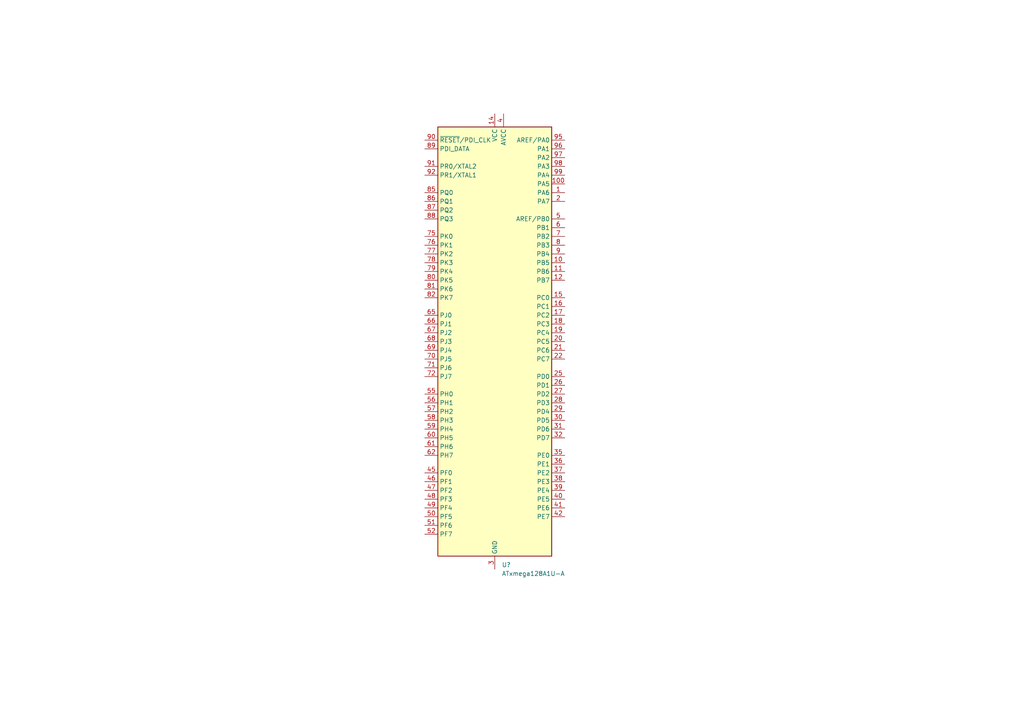
<source format=kicad_sch>
(kicad_sch (version 20211123) (generator eeschema)
  (paper "A4")
  (lib_symbols
    (symbol "MCU_Microchip_ATmega:ATxmega128A1U-A"
      (property "Reference" "U" (at 0 1.27 0))
      (property "Value" "ATxmega128A1U-A" (at 0 -1.27 0))
      (symbol "ATxmega128A1U-A_0_1"
        (rectangle (start -16.51 -62.23) (end 16.51 62.23) (stroke (width 0.254)) (fill (type background)))
      )
      (symbol "ATxmega128A1U-A_1_1"
        (pin bidirectional line (at 20.32 43.18 180) (length 3.81) (name "PA6") (number "1"))
        (pin bidirectional line (at 20.32 22.86 180) (length 3.81) (name "PB5") (number "10"))
        (pin bidirectional line (at 20.32 45.72 180) (length 3.81) (name "PA5") (number "100"))
        (pin bidirectional line (at 20.32 20.32 180) (length 3.81) (name "PB6") (number "11"))
        (pin bidirectional line (at 20.32 17.78 180) (length 3.81) (name "PB7") (number "12"))
        (pin passive line (at 0 -66.04 90) (length 3.81) hide (name "GND") (number "13"))
        (pin power_in line (at 0 66.04 270) (length 3.81) (name "VCC") (number "14"))
        (pin bidirectional line (at 20.32 12.7 180) (length 3.81) (name "PC0") (number "15"))
        (pin bidirectional line (at 20.32 10.16 180) (length 3.81) (name "PC1") (number "16"))
        (pin bidirectional line (at 20.32 7.62 180) (length 3.81) (name "PC2") (number "17"))
        (pin bidirectional line (at 20.32 5.08 180) (length 3.81) (name "PC3") (number "18"))
        (pin bidirectional line (at 20.32 2.54 180) (length 3.81) (name "PC4") (number "19"))
        (pin bidirectional line (at 20.32 40.64 180) (length 3.81) (name "PA7") (number "2"))
        (pin bidirectional line (at 20.32 0 180) (length 3.81) (name "PC5") (number "20"))
        (pin bidirectional line (at 20.32 -2.54 180) (length 3.81) (name "PC6") (number "21"))
        (pin bidirectional line (at 20.32 -5.08 180) (length 3.81) (name "PC7") (number "22"))
        (pin passive line (at 0 -66.04 90) (length 3.81) hide (name "GND") (number "23"))
        (pin passive line (at 0 66.04 270) (length 3.81) hide (name "VCC") (number "24"))
        (pin bidirectional line (at 20.32 -10.16 180) (length 3.81) (name "PD0") (number "25"))
        (pin bidirectional line (at 20.32 -12.7 180) (length 3.81) (name "PD1") (number "26"))
        (pin bidirectional line (at 20.32 -15.24 180) (length 3.81) (name "PD2") (number "27"))
        (pin bidirectional line (at 20.32 -17.78 180) (length 3.81) (name "PD3") (number "28"))
        (pin bidirectional line (at 20.32 -20.32 180) (length 3.81) (name "PD4") (number "29"))
        (pin power_in line (at 0 -66.04 90) (length 3.81) (name "GND") (number "3"))
        (pin bidirectional line (at 20.32 -22.86 180) (length 3.81) (name "PD5") (number "30"))
        (pin bidirectional line (at 20.32 -25.4 180) (length 3.81) (name "PD6") (number "31"))
        (pin bidirectional line (at 20.32 -27.94 180) (length 3.81) (name "PD7") (number "32"))
        (pin passive line (at 0 -66.04 90) (length 3.81) hide (name "GND") (number "33"))
        (pin passive line (at 0 66.04 270) (length 3.81) hide (name "VCC") (number "34"))
        (pin bidirectional line (at 20.32 -33.02 180) (length 3.81) (name "PE0") (number "35"))
        (pin bidirectional line (at 20.32 -35.56 180) (length 3.81) (name "PE1") (number "36"))
        (pin bidirectional line (at 20.32 -38.1 180) (length 3.81) (name "PE2") (number "37"))
        (pin bidirectional line (at 20.32 -40.64 180) (length 3.81) (name "PE3") (number "38"))
        (pin bidirectional line (at 20.32 -43.18 180) (length 3.81) (name "PE4") (number "39"))
        (pin power_in line (at 2.54 66.04 270) (length 3.81) (name "AVCC") (number "4"))
        (pin bidirectional line (at 20.32 -45.72 180) (length 3.81) (name "PE5") (number "40"))
        (pin bidirectional line (at 20.32 -48.26 180) (length 3.81) (name "PE6") (number "41"))
        (pin bidirectional line (at 20.32 -50.8 180) (length 3.81) (name "PE7") (number "42"))
        (pin passive line (at 0 -66.04 90) (length 3.81) hide (name "GND") (number "43"))
        (pin passive line (at 0 66.04 270) (length 3.81) hide (name "VCC") (number "44"))
        (pin bidirectional line (at -20.32 -38.1 0) (length 3.81) (name "PF0") (number "45"))
        (pin bidirectional line (at -20.32 -40.64 0) (length 3.81) (name "PF1") (number "46"))
        (pin bidirectional line (at -20.32 -43.18 0) (length 3.81) (name "PF2") (number "47"))
        (pin bidirectional line (at -20.32 -45.72 0) (length 3.81) (name "PF3") (number "48"))
        (pin bidirectional line (at -20.32 -48.26 0) (length 3.81) (name "PF4") (number "49"))
        (pin bidirectional line (at 20.32 35.56 180) (length 3.81) (name "AREF/PB0") (number "5"))
        (pin bidirectional line (at -20.32 -50.8 0) (length 3.81) (name "PF5") (number "50"))
        (pin bidirectional line (at -20.32 -53.34 0) (length 3.81) (name "PF6") (number "51"))
        (pin bidirectional line (at -20.32 -55.88 0) (length 3.81) (name "PF7") (number "52"))
        (pin passive line (at 0 -66.04 90) (length 3.81) hide (name "GND") (number "53"))
        (pin passive line (at 0 66.04 270) (length 3.81) hide (name "VCC") (number "54"))
        (pin bidirectional line (at -20.32 -15.24 0) (length 3.81) (name "PH0") (number "55"))
        (pin bidirectional line (at -20.32 -17.78 0) (length 3.81) (name "PH1") (number "56"))
        (pin bidirectional line (at -20.32 -20.32 0) (length 3.81) (name "PH2") (number "57"))
        (pin bidirectional line (at -20.32 -22.86 0) (length 3.81) (name "PH3") (number "58"))
        (pin bidirectional line (at -20.32 -25.4 0) (length 3.81) (name "PH4") (number "59"))
        (pin bidirectional line (at 20.32 33.02 180) (length 3.81) (name "PB1") (number "6"))
        (pin bidirectional line (at -20.32 -27.94 0) (length 3.81) (name "PH5") (number "60"))
        (pin bidirectional line (at -20.32 -30.48 0) (length 3.81) (name "PH6") (number "61"))
        (pin bidirectional line (at -20.32 -33.02 0) (length 3.81) (name "PH7") (number "62"))
        (pin passive line (at 0 -66.04 90) (length 3.81) hide (name "GND") (number "63"))
        (pin passive line (at 0 66.04 270) (length 3.81) hide (name "VCC") (number "64"))
        (pin bidirectional line (at -20.32 7.62 0) (length 3.81) (name "PJ0") (number "65"))
        (pin bidirectional line (at -20.32 5.08 0) (length 3.81) (name "PJ1") (number "66"))
        (pin bidirectional line (at -20.32 2.54 0) (length 3.81) (name "PJ2") (number "67"))
        (pin bidirectional line (at -20.32 0 0) (length 3.81) (name "PJ3") (number "68"))
        (pin bidirectional line (at -20.32 -2.54 0) (length 3.81) (name "PJ4") (number "69"))
        (pin bidirectional line (at 20.32 30.48 180) (length 3.81) (name "PB2") (number "7"))
        (pin bidirectional line (at -20.32 -5.08 0) (length 3.81) (name "PJ5") (number "70"))
        (pin bidirectional line (at -20.32 -7.62 0) (length 3.81) (name "PJ6") (number "71"))
        (pin bidirectional line (at -20.32 -10.16 0) (length 3.81) (name "PJ7") (number "72"))
        (pin passive line (at 0 -66.04 90) (length 3.81) hide (name "GND") (number "73"))
        (pin passive line (at 0 66.04 270) (length 3.81) hide (name "VCC") (number "74"))
        (pin bidirectional line (at -20.32 30.48 0) (length 3.81) (name "PK0") (number "75"))
        (pin bidirectional line (at -20.32 27.94 0) (length 3.81) (name "PK1") (number "76"))
        (pin bidirectional line (at -20.32 25.4 0) (length 3.81) (name "PK2") (number "77"))
        (pin bidirectional line (at -20.32 22.86 0) (length 3.81) (name "PK3") (number "78"))
        (pin bidirectional line (at -20.32 20.32 0) (length 3.81) (name "PK4") (number "79"))
        (pin bidirectional line (at 20.32 27.94 180) (length 3.81) (name "PB3") (number "8"))
        (pin bidirectional line (at -20.32 17.78 0) (length 3.81) (name "PK5") (number "80"))
        (pin bidirectional line (at -20.32 15.24 0) (length 3.81) (name "PK6") (number "81"))
        (pin bidirectional line (at -20.32 12.7 0) (length 3.81) (name "PK7") (number "82"))
        (pin passive line (at 0 66.04 270) (length 3.81) hide (name "VCC") (number "83"))
        (pin passive line (at 0 -66.04 90) (length 3.81) hide (name "GND") (number "84"))
        (pin bidirectional line (at -20.32 43.18 0) (length 3.81) (name "PQ0") (number "85"))
        (pin bidirectional line (at -20.32 40.64 0) (length 3.81) (name "PQ1") (number "86"))
        (pin bidirectional line (at -20.32 38.1 0) (length 3.81) (name "PQ2") (number "87"))
        (pin bidirectional line (at -20.32 35.56 0) (length 3.81) (name "PQ3") (number "88"))
        (pin bidirectional line (at -20.32 55.88 0) (length 3.81) (name "PDI_DATA") (number "89"))
        (pin bidirectional line (at 20.32 25.4 180) (length 3.81) (name "PB4") (number "9"))
        (pin input line (at -20.32 58.42 0) (length 3.81) (name "~{RESET}/PDI_CLK") (number "90"))
        (pin bidirectional line (at -20.32 50.8 0) (length 3.81) (name "PR0/XTAL2") (number "91"))
        (pin bidirectional line (at -20.32 48.26 0) (length 3.81) (name "PR1/XTAL1") (number "92"))
        (pin passive line (at 0 -66.04 90) (length 3.81) hide (name "GND") (number "93"))
        (pin passive line (at 2.54 66.04 270) (length 3.81) hide (name "AVCC") (number "94"))
        (pin bidirectional line (at 20.32 58.42 180) (length 3.81) (name "AREF/PA0") (number "95"))
        (pin bidirectional line (at 20.32 55.88 180) (length 3.81) (name "PA1") (number "96"))
        (pin bidirectional line (at 20.32 53.34 180) (length 3.81) (name "PA2") (number "97"))
        (pin bidirectional line (at 20.32 50.8 180) (length 3.81) (name "PA3") (number "98"))
        (pin bidirectional line (at 20.32 48.26 180) (length 3.81) (name "PA4") (number "99"))
      )
    )
  )
  (symbol (lib_id "MCU_Microchip_ATmega:ATxmega128A1U-A") (at 143.51 99.06 0) (unit 1)
    (property "Reference" "U?" (at 145.5294 163.83 0) (effects (justify left)))
    (property "Value" "ATxmega128A1U-A" (at 145.5294 166.37 0) (effects (justify left)))
    (property "Footprint" "Package_QFP:TQFP-100_14x14mm_P0.5mm" (effects hide))
    (property "Datasheet" "http://ww1.microchip.com/downloads/en/DeviceDoc/Atmel-8385-8-and-16-bit-AVR-Microcontroller-ATxmega64A1U-ATxmega128A1U_datasheet.pdf" (effects hide))
  )
)
</source>
